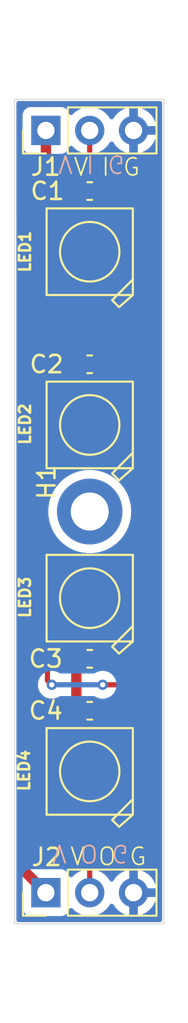
<source format=kicad_pcb>
(kicad_pcb (version 20240108) (generator "pcbnew") (generator_version "8.0")
  (layers (0 "F.Cu" signal) (31 "B.Cu" signal) (34 "B.Paste" user) (35 "F.Paste" user) (36 "B.SilkS" user "B.Silkscreen") (37 "F.SilkS" user "F.Silkscreen") (38 "B.Mask" user) (39 "F.Mask" user) (44 "Edge.Cuts" user))
  (net 0 "")
  (net 1 "GND")
  (net 2 "VCC")
  (net 3 "/DIN")
  (net 4 "/DOUT")
  (net 5 "Net-(LED1-DO)")
  (net 6 "Net-(LED2-DO)")
  (net 7 "Net-(LED3-DO)")
  (footprint "0LED:WS2812B_5050" (layer "F.Cu") (at 150 85 180)
    (property "Reference" "LED1" (at 3.75 0 90) (layer "F.SilkS") (effects (font (size 0.64 0.64))))
    (property "Value" "WS2812")
    (fp_line (start 2.5 2.5) (end -2.5 2.5) (stroke (width 0.127)) (layer "F.SilkS"))
    (fp_line (start 2.5 -2.5) (end 2.5 2.5) (stroke (width 0.127)) (layer "F.SilkS"))
    (fp_line (start -1.3 -2.8) (end -1.7 -3.2) (stroke (width 0.127)) (layer "F.SilkS"))
    (fp_line (start -1.6 -2.5) (end 2.5 -2.5) (stroke (width 0.127)) (layer "F.SilkS"))
    (fp_line (start -1.6 -2.5) (end -1.3 -2.8) (stroke (width 0.127)) (layer "F.SilkS"))
    (fp_line (start -1.7 -3.2) (end -2.5 -2.5) (stroke (width 0.127)) (layer "F.SilkS"))
    (fp_line (start -2.5 2.5) (end -2.5 -1.6) (stroke (width 0.127)) (layer "F.SilkS"))
    (fp_line (start -2.5 -1.6) (end -1.6 -2.5) (stroke (width 0.127)) (layer "F.SilkS"))
    (fp_line (start -2.5 -1.6) (end -2.5 -2.5) (stroke (width 0.127)) (layer "F.SilkS"))
    (fp_line (start -2.5 -2.5) (end -1.6 -2.5) (stroke (width 0.127)) (layer "F.SilkS"))
    (fp_circle (center 0 0) (end 1.72046 0) (stroke (width 0.127)) (fill none) (layer "F.SilkS"))
    (pad "1-VDD" smd rect (at 2.45 1.65 180) (size 1.5 0.9) (layers "F.Cu" "F.Paste" "F.Mask") (net 2 "VCC"))
    (pad "2-DOUT" smd rect (at 2.45 -1.65 180) (size 1.5 0.9) (layers "F.Cu" "F.Paste" "F.Mask") (net 5 "Net-(LED1-DO)"))
    (pad "3-GND" smd rect (at -2.45 -1.65 180) (size 1.5 0.9) (layers "F.Cu" "F.Paste" "F.Mask") (net 1 "GND"))
    (pad "4-DIN" smd rect (at -2.45 1.65 180) (size 1.5 0.9) (layers "F.Cu" "F.Paste" "F.Mask") (net 3 "/DIN"))
  )
  (footprint "0LED:WS2812B_5050" (layer "F.Cu") (at 150 105 180)
    (property "Reference" "LED3" (at 3.75 0.05 90) (layer "F.SilkS") (effects (font (size 0.64 0.64))))
    (property "Value" "WS2812")
    (fp_line (start 2.5 2.5) (end -2.5 2.5) (stroke (width 0.127)) (layer "F.SilkS"))
    (fp_line (start 2.5 -2.5) (end 2.5 2.5) (stroke (width 0.127)) (layer "F.SilkS"))
    (fp_line (start -1.3 -2.8) (end -1.7 -3.2) (stroke (width 0.127)) (layer "F.SilkS"))
    (fp_line (start -1.6 -2.5) (end 2.5 -2.5) (stroke (width 0.127)) (layer "F.SilkS"))
    (fp_line (start -1.6 -2.5) (end -1.3 -2.8) (stroke (width 0.127)) (layer "F.SilkS"))
    (fp_line (start -1.7 -3.2) (end -2.5 -2.5) (stroke (width 0.127)) (layer "F.SilkS"))
    (fp_line (start -2.5 2.5) (end -2.5 -1.6) (stroke (width 0.127)) (layer "F.SilkS"))
    (fp_line (start -2.5 -1.6) (end -1.6 -2.5) (stroke (width 0.127)) (layer "F.SilkS"))
    (fp_line (start -2.5 -1.6) (end -2.5 -2.5) (stroke (width 0.127)) (layer "F.SilkS"))
    (fp_line (start -2.5 -2.5) (end -1.6 -2.5) (stroke (width 0.127)) (layer "F.SilkS"))
    (fp_circle (center 0 0) (end 1.72046 0) (stroke (width 0.127)) (fill none) (layer "F.SilkS"))
    (pad "1-VDD" smd rect (at 2.45 1.65 180) (size 1.5 0.9) (layers "F.Cu" "F.Paste" "F.Mask") (net 2 "VCC"))
    (pad "2-DOUT" smd rect (at 2.45 -1.65 180) (size 1.5 0.9) (layers "F.Cu" "F.Paste" "F.Mask") (net 7 "Net-(LED3-DO)"))
    (pad "3-GND" smd rect (at -2.45 -1.65 180) (size 1.5 0.9) (layers "F.Cu" "F.Paste" "F.Mask") (net 1 "GND"))
    (pad "4-DIN" smd rect (at -2.45 1.65 180) (size 1.5 0.9) (layers "F.Cu" "F.Paste" "F.Mask") (net 6 "Net-(LED2-DO)"))
  )
  (footprint "0Capacitors:C_0603_1608Metric" (layer "F.Cu") (at 150 111.5)
    (property "Reference" "C4" (at -2.55 0 0) (layer "F.SilkS"))
    (property "Value" "100n")
    (fp_line (start -0.14058 -0.51) (end 0.14058 -0.51) (stroke (width 0.12)) (layer "F.SilkS"))
    (fp_line (start -0.14058 0.51) (end 0.14058 0.51) (stroke (width 0.12)) (layer "F.SilkS"))
    (pad "1" smd roundrect (at -0.775 0) (size 0.9 0.95) (layers "F.Cu" "F.Paste" "F.Mask") (net 2 "VCC"))
    (pad "2" smd roundrect (at 0.775 0) (size 0.9 0.95) (layers "F.Cu" "F.Paste" "F.Mask") (net 1 "GND"))
  )
  (footprint "0Capacitors:C_0603_1608Metric" (layer "F.Cu") (at 150 81.5)
    (property "Reference" "C1" (at -2.45 0 0) (layer "F.SilkS"))
    (property "Value" "100n")
    (fp_line (start -0.14058 -0.51) (end 0.14058 -0.51) (stroke (width 0.12)) (layer "F.SilkS"))
    (fp_line (start -0.14058 0.51) (end 0.14058 0.51) (stroke (width 0.12)) (layer "F.SilkS"))
    (pad "1" smd roundrect (at -0.775 0) (size 0.9 0.95) (layers "F.Cu" "F.Paste" "F.Mask") (net 2 "VCC"))
    (pad "2" smd roundrect (at 0.775 0) (size 0.9 0.95) (layers "F.Cu" "F.Paste" "F.Mask") (net 1 "GND"))
  )
  (footprint "Connector_PinHeader_2.54mm:PinHeader_1x03_P2.54mm_Vertical" (layer "F.Cu") (at 147.46 122 90)
    (property "Reference" "J2" (at 2.05 0.04 180) (layer "F.SilkS"))
    (property "Value" "Conn_01x03_Socket")
    (fp_line (start -1.33 -1.33) (end 0 -1.33) (stroke (width 0.12)) (layer "F.SilkS"))
    (fp_line (start -1.33 0) (end -1.33 -1.33) (stroke (width 0.12)) (layer "F.SilkS"))
    (fp_line (start 1.33 1.27) (end 1.33 6.41) (stroke (width 0.12)) (layer "F.SilkS"))
    (fp_line (start -1.33 1.27) (end 1.33 1.27) (stroke (width 0.12)) (layer "F.SilkS"))
    (fp_line (start -1.33 1.27) (end -1.33 6.41) (stroke (width 0.12)) (layer "F.SilkS"))
    (fp_line (start -1.33 6.41) (end 1.33 6.41) (stroke (width 0.12)) (layer "F.SilkS"))
    (pad "1" thru_hole rect (at 0 0 90) (size 1.7 1.7) (drill 1) (layers "*.Cu" "*.Mask") (net 2 "VCC"))
    (pad "2" thru_hole oval (at 0 2.54 90) (size 1.7 1.7) (drill 1) (layers "*.Cu" "*.Mask") (net 4 "/DOUT"))
    (pad "3" thru_hole oval (at 0 5.08 90) (size 1.7 1.7) (drill 1) (layers "*.Cu" "*.Mask") (net 1 "GND"))
  )
  (footprint "0LED:WS2812B_5050" (layer "F.Cu") (at 150 115 180)
    (property "Reference" "LED4" (at 3.8 0.05 90) (layer "F.SilkS") (effects (font (size 0.64 0.64))))
    (property "Value" "WS2812")
    (fp_line (start 2.5 2.5) (end -2.5 2.5) (stroke (width 0.127)) (layer "F.SilkS"))
    (fp_line (start 2.5 -2.5) (end 2.5 2.5) (stroke (width 0.127)) (layer "F.SilkS"))
    (fp_line (start -1.3 -2.8) (end -1.7 -3.2) (stroke (width 0.127)) (layer "F.SilkS"))
    (fp_line (start -1.6 -2.5) (end 2.5 -2.5) (stroke (width 0.127)) (layer "F.SilkS"))
    (fp_line (start -1.6 -2.5) (end -1.3 -2.8) (stroke (width 0.127)) (layer "F.SilkS"))
    (fp_line (start -1.7 -3.2) (end -2.5 -2.5) (stroke (width 0.127)) (layer "F.SilkS"))
    (fp_line (start -2.5 2.5) (end -2.5 -1.6) (stroke (width 0.127)) (layer "F.SilkS"))
    (fp_line (start -2.5 -1.6) (end -1.6 -2.5) (stroke (width 0.127)) (layer "F.SilkS"))
    (fp_line (start -2.5 -1.6) (end -2.5 -2.5) (stroke (width 0.127)) (layer "F.SilkS"))
    (fp_line (start -2.5 -2.5) (end -1.6 -2.5) (stroke (width 0.127)) (layer "F.SilkS"))
    (fp_circle (center 0 0) (end 1.72046 0) (stroke (width 0.127)) (fill none) (layer "F.SilkS"))
    (pad "1-VDD" smd rect (at 2.45 1.65 180) (size 1.5 0.9) (layers "F.Cu" "F.Paste" "F.Mask") (net 2 "VCC"))
    (pad "2-DOUT" smd rect (at 2.45 -1.65 180) (size 1.5 0.9) (layers "F.Cu" "F.Paste" "F.Mask") (net 4 "/DOUT"))
    (pad "3-GND" smd rect (at -2.45 -1.65 180) (size 1.5 0.9) (layers "F.Cu" "F.Paste" "F.Mask") (net 1 "GND"))
    (pad "4-DIN" smd rect (at -2.45 1.65 180) (size 1.5 0.9) (layers "F.Cu" "F.Paste" "F.Mask") (net 7 "Net-(LED3-DO)"))
  )
  (footprint "MountingHole:MountingHole_2.2mm_M2_DIN965_Pad" (layer "F.Cu") (at 150 100)
    (property "Reference" "H1" (at -2.5 -1.7 90) (layer "F.SilkS"))
    (property "Value" "MountingHole")
    (pad "1" thru_hole circle (at 0 0) (size 3.8 3.8) (drill 2.2) (layers "*.Cu" "*.Mask"))
  )
  (footprint "0Capacitors:C_0603_1608Metric" (layer "F.Cu") (at 150 108.5)
    (property "Reference" "C3" (at -2.55 0 0) (layer "F.SilkS"))
    (property "Value" "100n")
    (fp_line (start -0.14058 -0.51) (end 0.14058 -0.51) (stroke (width 0.12)) (layer "F.SilkS"))
    (fp_line (start -0.14058 0.51) (end 0.14058 0.51) (stroke (width 0.12)) (layer "F.SilkS"))
    (pad "1" smd roundrect (at -0.775 0) (size 0.9 0.95) (layers "F.Cu" "F.Paste" "F.Mask") (net 2 "VCC"))
    (pad "2" smd roundrect (at 0.775 0) (size 0.9 0.95) (layers "F.Cu" "F.Paste" "F.Mask") (net 1 "GND"))
  )
  (footprint "Connector_PinHeader_2.54mm:PinHeader_1x03_P2.54mm_Vertical" (layer "F.Cu") (at 147.46 78 90)
    (property "Reference" "J1" (at -2.1 -0.01 180) (layer "F.SilkS"))
    (property "Value" "Conn_01x03_Socket")
    (fp_line (start -1.33 -1.33) (end 0 -1.33) (stroke (width 0.12)) (layer "F.SilkS"))
    (fp_line (start -1.33 0) (end -1.33 -1.33) (stroke (width 0.12)) (layer "F.SilkS"))
    (fp_line (start 1.33 1.27) (end 1.33 6.41) (stroke (width 0.12)) (layer "F.SilkS"))
    (fp_line (start -1.33 1.27) (end 1.33 1.27) (stroke (width 0.12)) (layer "F.SilkS"))
    (fp_line (start -1.33 1.27) (end -1.33 6.41) (stroke (width 0.12)) (layer "F.SilkS"))
    (fp_line (start -1.33 6.41) (end 1.33 6.41) (stroke (width 0.12)) (layer "F.SilkS"))
    (pad "1" thru_hole rect (at 0 0 90) (size 1.7 1.7) (drill 1) (layers "*.Cu" "*.Mask") (net 2 "VCC"))
    (pad "2" thru_hole oval (at 0 2.54 90) (size 1.7 1.7) (drill 1) (layers "*.Cu" "*.Mask") (net 3 "/DIN"))
    (pad "3" thru_hole oval (at 0 5.08 90) (size 1.7 1.7) (drill 1) (layers "*.Cu" "*.Mask") (net 1 "GND"))
  )
  (footprint "0LED:WS2812B_5050" (layer "F.Cu") (at 150 95 180)
    (property "Reference" "LED2" (at 3.75 0.05 90) (layer "F.SilkS") (effects (font (size 0.64 0.64))))
    (property "Value" "WS2812")
    (fp_line (start 2.5 2.5) (end -2.5 2.5) (stroke (width 0.127)) (layer "F.SilkS"))
    (fp_line (start 2.5 -2.5) (end 2.5 2.5) (stroke (width 0.127)) (layer "F.SilkS"))
    (fp_line (start -1.3 -2.8) (end -1.7 -3.2) (stroke (width 0.127)) (layer "F.SilkS"))
    (fp_line (start -1.6 -2.5) (end 2.5 -2.5) (stroke (width 0.127)) (layer "F.SilkS"))
    (fp_line (start -1.6 -2.5) (end -1.3 -2.8) (stroke (width 0.127)) (layer "F.SilkS"))
    (fp_line (start -1.7 -3.2) (end -2.5 -2.5) (stroke (width 0.127)) (layer "F.SilkS"))
    (fp_line (start -2.5 2.5) (end -2.5 -1.6) (stroke (width 0.127)) (layer "F.SilkS"))
    (fp_line (start -2.5 -1.6) (end -1.6 -2.5) (stroke (width 0.127)) (layer "F.SilkS"))
    (fp_line (start -2.5 -1.6) (end -2.5 -2.5) (stroke (width 0.127)) (layer "F.SilkS"))
    (fp_line (start -2.5 -2.5) (end -1.6 -2.5) (stroke (width 0.127)) (layer "F.SilkS"))
    (fp_circle (center 0 0) (end 1.72046 0) (stroke (width 0.127)) (fill none) (layer "F.SilkS"))
    (pad "1-VDD" smd rect (at 2.45 1.65 180) (size 1.5 0.9) (layers "F.Cu" "F.Paste" "F.Mask") (net 2 "VCC"))
    (pad "2-DOUT" smd rect (at 2.45 -1.65 180) (size 1.5 0.9) (layers "F.Cu" "F.Paste" "F.Mask") (net 6 "Net-(LED2-DO)"))
    (pad "3-GND" smd rect (at -2.45 -1.65 180) (size 1.5 0.9) (layers "F.Cu" "F.Paste" "F.Mask") (net 1 "GND"))
    (pad "4-DIN" smd rect (at -2.45 1.65 180) (size 1.5 0.9) (layers "F.Cu" "F.Paste" "F.Mask") (net 5 "Net-(LED1-DO)"))
  )
  (footprint "0Capacitors:C_0603_1608Metric" (layer "F.Cu") (at 150 91.5)
    (property "Reference" "C2" (at -2.5 0 0) (layer "F.SilkS"))
    (property "Value" "100n")
    (fp_line (start -0.14058 -0.51) (end 0.14058 -0.51) (stroke (width 0.12)) (layer "F.SilkS"))
    (fp_line (start -0.14058 0.51) (end 0.14058 0.51) (stroke (width 0.12)) (layer "F.SilkS"))
    (pad "1" smd roundrect (at -0.775 0) (size 0.9 0.95) (layers "F.Cu" "F.Paste" "F.Mask") (net 2 "VCC"))
    (pad "2" smd roundrect (at 0.775 0) (size 0.9 0.95) (layers "F.Cu" "F.Paste" "F.Mask") (net 1 "GND"))
  )
  (gr_rect (start 145.65 76.2) (end 154.3 123.8) (stroke (width 0.05)) (fill none) (layer "Edge.Cuts"))
  (gr_text "V I G" (at 148.1 79.35 180) (layer "B.SilkS") (effects (font (size 1 1) (thickness 0.1)) (justify left bottom mirror)))
  (gr_text "V O G" (at 147.75 119.15 180) (layer "B.SilkS") (effects (font (size 1 1) (thickness 0.1)) (justify left bottom mirror)))
  (gr_text "V O G" (at 148.8 120.5 0) (layer "F.SilkS") (effects (font (size 1 1) (thickness 0.1)) (justify left bottom)))
  (gr_text "V I G" (at 149 80.7 0) (layer "F.SilkS") (effects (font (size 1 1) (thickness 0.1)) (justify left bottom)))
  (segment (start 149.225 111.5) (end 149.225 113.125) (width 0.6) (layer "F.Cu") (net 2))
  (segment (start 149.225 81.5) (end 149.225 83.025) (width 0.6) (layer "F.Cu") (net 2))
  (segment (start 147.46 78) (end 147.46 79.735) (width 0.6) (layer "F.Cu") (net 2))
  (segment (start 147.55 83.35) (end 146.55 83.35) (width 0.6) (layer "F.Cu") (net 2))
  (segment (start 150.45 107.275) (end 149.225 108.5) (width 0.6) (layer "F.Cu") (net 2))
  (segment (start 149.225 105.575) (end 149.225 108.5) (width 0.6) (layer "F.Cu") (net 2))
  (segment (start 146.25 120.79) (end 147.46 122) (width 0.6) (layer "F.Cu") (net 2))
  (segment (start 148.75 93.35) (end 147.55 93.35) (width 0.6) (layer "F.Cu") (net 2))
  (segment (start 149.225 83.025) (end 148.9 83.35) (width 0.6) (layer "F.Cu") (net 2))
  (segment (start 149.65 103.35) (end 150.45 104.15) (width 0.6) (layer "F.Cu") (net 2))
  (segment (start 147.55 93.35) (end 146.5 93.35) (width 0.6) (layer "F.Cu") (net 2))
  (segment (start 148.9 83.35) (end 147.55 83.35) (width 0.6) (layer "F.Cu") (net 2))
  (segment (start 146.85 105.1) (end 148.75 105.1) (width 0.6) (layer "F.Cu") (net 2))
  (segment (start 149 113.35) (end 147.55 113.35) (width 0.6) (layer "F.Cu") (net 2))
  (segment (start 149.225 113.125) (end 149 113.35) (width 0.6) (layer "F.Cu") (net 2))
  (segment (start 147.46 79.735) (end 149.225 81.5) (width 0.6) (layer "F.Cu") (net 2))
  (segment (start 146.6 113.35) (end 146.25 113.7) (width 0.6) (layer "F.Cu") (net 2))
  (segment (start 147.55 113.35) (end 146.6 113.35) (width 0.6) (layer "F.Cu") (net 2))
  (segment (start 146.25 113.7) (end 146.25 120.79) (width 0.6) (layer "F.Cu") (net 2))
  (segment (start 149.225 92.875) (end 148.75 93.35) (width 0.6) (layer "F.Cu") (net 2))
  (segment (start 146.3 83.6) (end 146.3 88.575) (width 0.6) (layer "F.Cu") (net 2))
  (segment (start 146.3 104.55) (end 146.85 105.1) (width 0.6) (layer "F.Cu") (net 2))
  (segment (start 146.55 83.35) (end 146.3 83.6) (width 0.6) (layer "F.Cu") (net 2))
  (segment (start 149.225 91.5) (end 149.225 92.875) (width 0.6) (layer "F.Cu") (net 2))
  (segment (start 146.3 93.55) (end 146.3 104.55) (width 0.6) (layer "F.Cu") (net 2))
  (segment (start 149.225 108.5) (end 149.225 111.5) (width 0.6) (layer "F.Cu") (net 2))
  (segment (start 146.3 88.575) (end 149.225 91.5) (width 0.6) (layer "F.Cu") (net 2))
  (segment (start 147.55 103.35) (end 149.65 103.35) (width 0.6) (layer "F.Cu") (net 2))
  (segment (start 150.45 104.15) (end 150.45 107.275) (width 0.6) (layer "F.Cu") (net 2))
  (segment (start 148.75 105.1) (end 149.225 105.575) (width 0.6) (layer "F.Cu") (net 2))
  (segment (start 146.5 93.35) (end 146.3 93.55) (width 0.6) (layer "F.Cu") (net 2))
  (segment (start 151.95 80) (end 150.45 80) (width 0.3) (layer "F.Cu") (net 3))
  (segment (start 152.45 80.5) (end 151.95 80) (width 0.3) (layer "F.Cu") (net 3))
  (segment (start 152.45 83.35) (end 152.45 80.5) (width 0.3) (layer "F.Cu") (net 3))
  (segment (start 150 79.55) (end 150 78) (width 0.3) (layer "F.Cu") (net 3))
  (segment (start 150.45 80) (end 150 79.55) (width 0.3) (layer "F.Cu") (net 3))
  (segment (start 149.25 119.45) (end 150 120.2) (width 0.3) (layer "F.Cu") (net 4))
  (segment (start 147.55 118.65) (end 148.35 119.45) (width 0.3) (layer "F.Cu") (net 4))
  (segment (start 150 120.2) (end 150 122) (width 0.3) (layer "F.Cu") (net 4))
  (segment (start 147.55 116.65) (end 147.55 118.65) (width 0.3) (layer "F.Cu") (net 4))
  (segment (start 148.35 119.45) (end 149.25 119.45) (width 0.3) (layer "F.Cu") (net 4))
  (segment (start 148.7 88.95) (end 147.55 87.8) (width 0.3) (layer "F.Cu") (net 5))
  (segment (start 151.65 88.95) (end 148.7 88.95) (width 0.3) (layer "F.Cu") (net 5))
  (segment (start 152.45 93.35) (end 152.45 89.75) (width 0.3) (layer "F.Cu") (net 5))
  (segment (start 152.45 89.75) (end 151.65 88.95) (width 0.3) (layer "F.Cu") (net 5))
  (segment (start 147.55 87.8) (end 147.55 86.65) (width 0.3) (layer "F.Cu") (net 5))
  (segment (start 152.45 103.35) (end 151.5 103.35) (width 0.3) (layer "F.Cu") (net 6))
  (segment (start 148.9 102.65) (end 147.35 101.1) (width 0.3) (layer "F.Cu") (net 6))
  (segment (start 147.35 101.1) (end 147.35 97.9) (width 0.3) (layer "F.Cu") (net 6))
  (segment (start 150.8 102.65) (end 148.9 102.65) (width 0.3) (layer "F.Cu") (net 6))
  (segment (start 147.35 97.9) (end 147.55 97.7) (width 0.3) (layer "F.Cu") (net 6))
  (segment (start 151.5 103.35) (end 150.8 102.65) (width 0.3) (layer "F.Cu") (net 6))
  (segment (start 147.55 97.7) (end 147.55 96.65) (width 0.3) (layer "F.Cu") (net 6))
  (segment (start 152.45 113.35) (end 152.45 110.3) (width 0.3) (layer "F.Cu") (net 7))
  (segment (start 147.55 109.75) (end 147.55 106.65) (width 0.3) (layer "F.Cu") (net 7))
  (segment (start 147.8 110) (end 147.55 109.75) (width 0.3) (layer "F.Cu") (net 7))
  (segment (start 152.15 110) (end 150.75 110) (width 0.3) (layer "F.Cu") (net 7))
  (segment (start 152.45 110.3) (end 152.15 110) (width 0.3) (layer "F.Cu") (net 7))
  (via (at 150.75 110) (size 0.6) (drill 0.3) (layers "F.Cu" "B.Cu") (net 7))
  (via (at 147.8 110) (size 0.6) (drill 0.3) (layers "F.Cu" "B.Cu") (net 7))
  (segment (start 150.75 110) (end 147.8 110) (width 0.3) (layer "B.Cu") (net 7))
  (zone (net 1) (net_name "GND") (layers "F&B.Cu") (connect_pads (clearance 0.5)) (min_thickness 0.25) (fill yes (thermal_gap 0.5) (thermal_bridge_width 0.5))
    (polygon (pts (xy 145.15 75.6) (xy 144.8 124.95) (xy 155.3 124.6) (xy 154.9 75.5)))
  )
)
</source>
